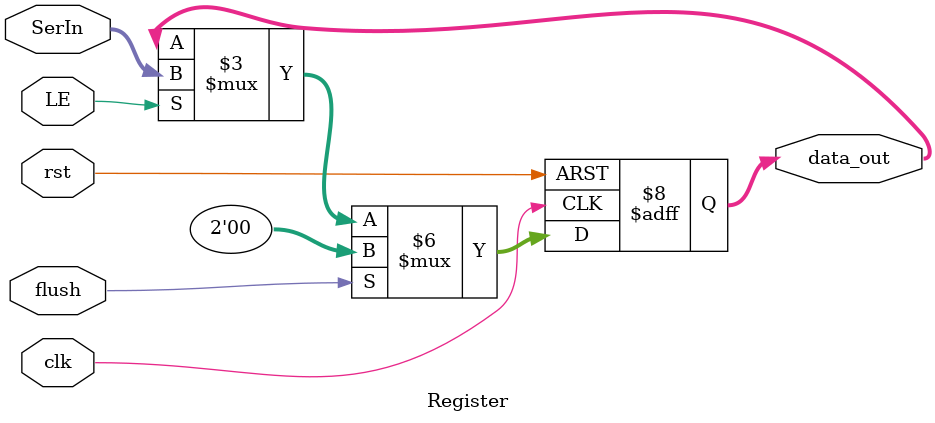
<source format=sv>
module Register #(parameter size = 2)(
	input clk,
	input rst,
	input LE,
    input flush,
	input [size -1 : 0] SerIn,
	output reg [size -1 : 0] data_out
);

	always @(posedge clk , posedge rst) begin
		if(rst)
			data_out <= {(size){1'b0}};
        else if(flush)
            data_out <= {(size){1'b0}};
		else if (LE)
			data_out <= SerIn;
		else
			data_out <= data_out;
	end
	
endmodule

</source>
